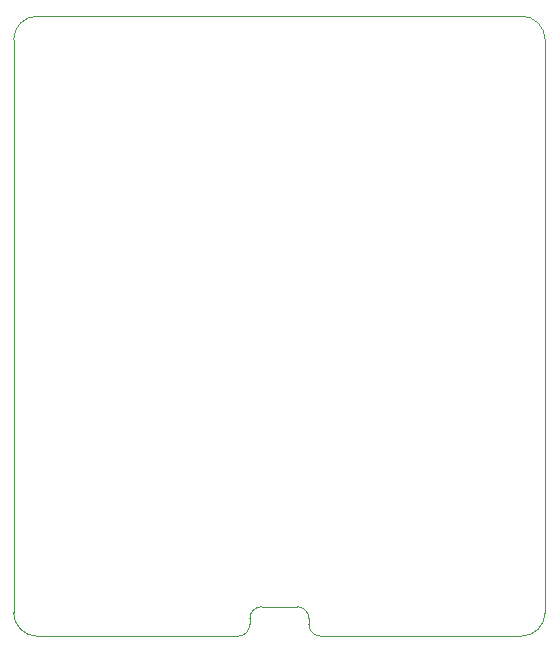
<source format=gbr>
G04 #@! TF.GenerationSoftware,KiCad,Pcbnew,8.0.1-8.0.1-1~ubuntu22.04.1*
G04 #@! TF.CreationDate,2024-04-10T22:34:19-04:00*
G04 #@! TF.ProjectId,breakout-tt4-qfn,62726561-6b6f-4757-942d-7474342d7166,3.3*
G04 #@! TF.SameCoordinates,PX2dc6c00PY42c1d80*
G04 #@! TF.FileFunction,Profile,NP*
%FSLAX46Y46*%
G04 Gerber Fmt 4.6, Leading zero omitted, Abs format (unit mm)*
G04 Created by KiCad (PCBNEW 8.0.1-8.0.1-1~ubuntu22.04.1) date 2024-04-10 22:34:19*
%MOMM*%
%LPD*%
G01*
G04 APERTURE LIST*
G04 #@! TA.AperFunction,Profile*
%ADD10C,0.050000*%
G04 #@! TD*
G04 APERTURE END LIST*
D10*
X26000000Y0D02*
G75*
G02*
X25000000Y1000000I0J1000000D01*
G01*
X25000000Y1000000D02*
X25000000Y1500000D01*
X43000000Y52500000D02*
X2000000Y52500000D01*
X0Y50500000D02*
G75*
G02*
X2000000Y52500000I2000000J0D01*
G01*
X45000000Y2000000D02*
G75*
G02*
X43000000Y0I-2000000J0D01*
G01*
X20000000Y1500000D02*
X20000000Y1000000D01*
X20000000Y1000000D02*
G75*
G02*
X19000000Y0I-1000000J0D01*
G01*
X24000000Y2500000D02*
X21000000Y2500000D01*
X43000000Y52500000D02*
G75*
G02*
X45000000Y50500000I0J-2000000D01*
G01*
X24000000Y2500000D02*
G75*
G02*
X25000000Y1500000I0J-1000000D01*
G01*
X2000000Y0D02*
G75*
G02*
X0Y2000000I0J2000000D01*
G01*
X45000000Y2000000D02*
X45000000Y50500000D01*
X2000000Y0D02*
X19000000Y0D01*
X0Y2000000D02*
X0Y50500000D01*
X20000000Y1500000D02*
G75*
G02*
X21000000Y2500000I1000000J0D01*
G01*
X43000000Y0D02*
X26000000Y0D01*
M02*

</source>
